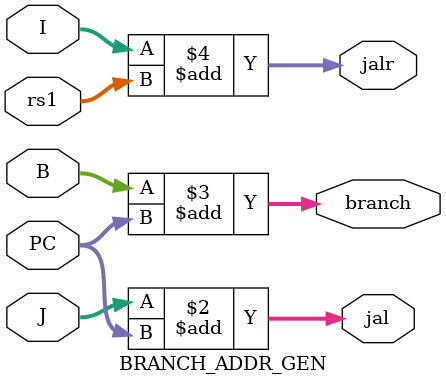
<source format=sv>
`timescale 1ns / 1ps


module BRANCH_ADDR_GEN(
    input [31:0] rs1, I, B, J, PC,
    output logic [31:0] jal, branch, jalr
    );
    
    always_comb begin
        jal = J + PC;
        branch = B + PC;
        jalr = I + rs1;
    end
endmodule

</source>
